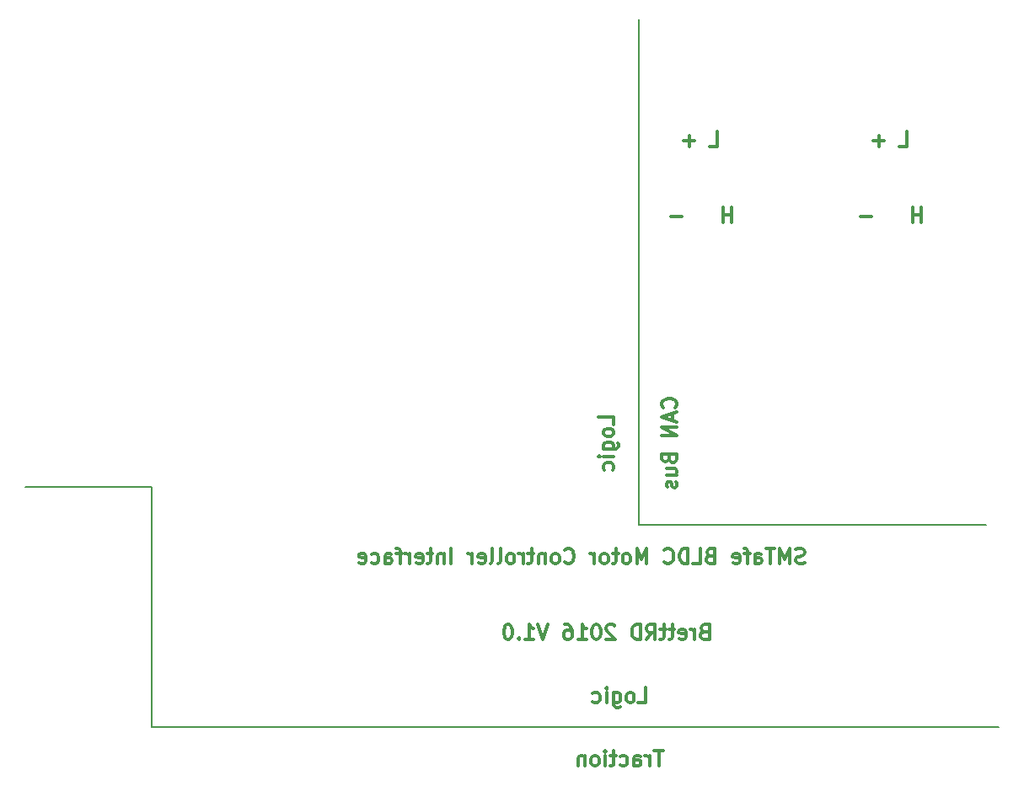
<source format=gbr>
G04 #@! TF.FileFunction,Legend,Bot*
%FSLAX46Y46*%
G04 Gerber Fmt 4.6, Leading zero omitted, Abs format (unit mm)*
G04 Created by KiCad (PCBNEW 4.0.3+e1-6302~38~ubuntu15.10.1-stable) date Thu Nov 17 05:13:21 2016*
%MOMM*%
%LPD*%
G01*
G04 APERTURE LIST*
%ADD10C,0.200000*%
%ADD11C,0.300000*%
G04 APERTURE END LIST*
D10*
X106075000Y-111315000D02*
X106075000Y-96710000D01*
D11*
X108527143Y-135893571D02*
X107670000Y-135893571D01*
X108098571Y-137393571D02*
X108098571Y-135893571D01*
X107170000Y-137393571D02*
X107170000Y-136393571D01*
X107170000Y-136679286D02*
X107098572Y-136536429D01*
X107027143Y-136465000D01*
X106884286Y-136393571D01*
X106741429Y-136393571D01*
X105598572Y-137393571D02*
X105598572Y-136607857D01*
X105670001Y-136465000D01*
X105812858Y-136393571D01*
X106098572Y-136393571D01*
X106241429Y-136465000D01*
X105598572Y-137322143D02*
X105741429Y-137393571D01*
X106098572Y-137393571D01*
X106241429Y-137322143D01*
X106312858Y-137179286D01*
X106312858Y-137036429D01*
X106241429Y-136893571D01*
X106098572Y-136822143D01*
X105741429Y-136822143D01*
X105598572Y-136750714D01*
X104241429Y-137322143D02*
X104384286Y-137393571D01*
X104670000Y-137393571D01*
X104812858Y-137322143D01*
X104884286Y-137250714D01*
X104955715Y-137107857D01*
X104955715Y-136679286D01*
X104884286Y-136536429D01*
X104812858Y-136465000D01*
X104670000Y-136393571D01*
X104384286Y-136393571D01*
X104241429Y-136465000D01*
X103812858Y-136393571D02*
X103241429Y-136393571D01*
X103598572Y-135893571D02*
X103598572Y-137179286D01*
X103527144Y-137322143D01*
X103384286Y-137393571D01*
X103241429Y-137393571D01*
X102741429Y-137393571D02*
X102741429Y-136393571D01*
X102741429Y-135893571D02*
X102812858Y-135965000D01*
X102741429Y-136036429D01*
X102670001Y-135965000D01*
X102741429Y-135893571D01*
X102741429Y-136036429D01*
X101812857Y-137393571D02*
X101955715Y-137322143D01*
X102027143Y-137250714D01*
X102098572Y-137107857D01*
X102098572Y-136679286D01*
X102027143Y-136536429D01*
X101955715Y-136465000D01*
X101812857Y-136393571D01*
X101598572Y-136393571D01*
X101455715Y-136465000D01*
X101384286Y-136536429D01*
X101312857Y-136679286D01*
X101312857Y-137107857D01*
X101384286Y-137250714D01*
X101455715Y-137322143D01*
X101598572Y-137393571D01*
X101812857Y-137393571D01*
X100670000Y-136393571D02*
X100670000Y-137393571D01*
X100670000Y-136536429D02*
X100598572Y-136465000D01*
X100455714Y-136393571D01*
X100241429Y-136393571D01*
X100098572Y-136465000D01*
X100027143Y-136607857D01*
X100027143Y-137393571D01*
X106062857Y-131043571D02*
X106777143Y-131043571D01*
X106777143Y-129543571D01*
X105348571Y-131043571D02*
X105491429Y-130972143D01*
X105562857Y-130900714D01*
X105634286Y-130757857D01*
X105634286Y-130329286D01*
X105562857Y-130186429D01*
X105491429Y-130115000D01*
X105348571Y-130043571D01*
X105134286Y-130043571D01*
X104991429Y-130115000D01*
X104920000Y-130186429D01*
X104848571Y-130329286D01*
X104848571Y-130757857D01*
X104920000Y-130900714D01*
X104991429Y-130972143D01*
X105134286Y-131043571D01*
X105348571Y-131043571D01*
X103562857Y-130043571D02*
X103562857Y-131257857D01*
X103634286Y-131400714D01*
X103705714Y-131472143D01*
X103848571Y-131543571D01*
X104062857Y-131543571D01*
X104205714Y-131472143D01*
X103562857Y-130972143D02*
X103705714Y-131043571D01*
X103991428Y-131043571D01*
X104134286Y-130972143D01*
X104205714Y-130900714D01*
X104277143Y-130757857D01*
X104277143Y-130329286D01*
X104205714Y-130186429D01*
X104134286Y-130115000D01*
X103991428Y-130043571D01*
X103705714Y-130043571D01*
X103562857Y-130115000D01*
X102848571Y-131043571D02*
X102848571Y-130043571D01*
X102848571Y-129543571D02*
X102920000Y-129615000D01*
X102848571Y-129686429D01*
X102777143Y-129615000D01*
X102848571Y-129543571D01*
X102848571Y-129686429D01*
X101491428Y-130972143D02*
X101634285Y-131043571D01*
X101919999Y-131043571D01*
X102062857Y-130972143D01*
X102134285Y-130900714D01*
X102205714Y-130757857D01*
X102205714Y-130329286D01*
X102134285Y-130186429D01*
X102062857Y-130115000D01*
X101919999Y-130043571D01*
X101634285Y-130043571D01*
X101491428Y-130115000D01*
X103578571Y-103072143D02*
X103578571Y-102357857D01*
X102078571Y-102357857D01*
X103578571Y-103786429D02*
X103507143Y-103643571D01*
X103435714Y-103572143D01*
X103292857Y-103500714D01*
X102864286Y-103500714D01*
X102721429Y-103572143D01*
X102650000Y-103643571D01*
X102578571Y-103786429D01*
X102578571Y-104000714D01*
X102650000Y-104143571D01*
X102721429Y-104215000D01*
X102864286Y-104286429D01*
X103292857Y-104286429D01*
X103435714Y-104215000D01*
X103507143Y-104143571D01*
X103578571Y-104000714D01*
X103578571Y-103786429D01*
X102578571Y-105572143D02*
X103792857Y-105572143D01*
X103935714Y-105500714D01*
X104007143Y-105429286D01*
X104078571Y-105286429D01*
X104078571Y-105072143D01*
X104007143Y-104929286D01*
X103507143Y-105572143D02*
X103578571Y-105429286D01*
X103578571Y-105143572D01*
X103507143Y-105000714D01*
X103435714Y-104929286D01*
X103292857Y-104857857D01*
X102864286Y-104857857D01*
X102721429Y-104929286D01*
X102650000Y-105000714D01*
X102578571Y-105143572D01*
X102578571Y-105429286D01*
X102650000Y-105572143D01*
X103578571Y-106286429D02*
X102578571Y-106286429D01*
X102078571Y-106286429D02*
X102150000Y-106215000D01*
X102221429Y-106286429D01*
X102150000Y-106357857D01*
X102078571Y-106286429D01*
X102221429Y-106286429D01*
X103507143Y-107643572D02*
X103578571Y-107500715D01*
X103578571Y-107215001D01*
X103507143Y-107072143D01*
X103435714Y-107000715D01*
X103292857Y-106929286D01*
X102864286Y-106929286D01*
X102721429Y-107000715D01*
X102650000Y-107072143D01*
X102578571Y-107215001D01*
X102578571Y-107500715D01*
X102650000Y-107643572D01*
X109785714Y-101393572D02*
X109857143Y-101322143D01*
X109928571Y-101107857D01*
X109928571Y-100965000D01*
X109857143Y-100750715D01*
X109714286Y-100607857D01*
X109571429Y-100536429D01*
X109285714Y-100465000D01*
X109071429Y-100465000D01*
X108785714Y-100536429D01*
X108642857Y-100607857D01*
X108500000Y-100750715D01*
X108428571Y-100965000D01*
X108428571Y-101107857D01*
X108500000Y-101322143D01*
X108571429Y-101393572D01*
X109500000Y-101965000D02*
X109500000Y-102679286D01*
X109928571Y-101822143D02*
X108428571Y-102322143D01*
X109928571Y-102822143D01*
X109928571Y-103322143D02*
X108428571Y-103322143D01*
X109928571Y-104179286D01*
X108428571Y-104179286D01*
X109142857Y-106536429D02*
X109214286Y-106750715D01*
X109285714Y-106822143D01*
X109428571Y-106893572D01*
X109642857Y-106893572D01*
X109785714Y-106822143D01*
X109857143Y-106750715D01*
X109928571Y-106607857D01*
X109928571Y-106036429D01*
X108428571Y-106036429D01*
X108428571Y-106536429D01*
X108500000Y-106679286D01*
X108571429Y-106750715D01*
X108714286Y-106822143D01*
X108857143Y-106822143D01*
X109000000Y-106750715D01*
X109071429Y-106679286D01*
X109142857Y-106536429D01*
X109142857Y-106036429D01*
X108928571Y-108179286D02*
X109928571Y-108179286D01*
X108928571Y-107536429D02*
X109714286Y-107536429D01*
X109857143Y-107607857D01*
X109928571Y-107750715D01*
X109928571Y-107965000D01*
X109857143Y-108107857D01*
X109785714Y-108179286D01*
X109857143Y-108822143D02*
X109928571Y-108965000D01*
X109928571Y-109250715D01*
X109857143Y-109393572D01*
X109714286Y-109465000D01*
X109642857Y-109465000D01*
X109500000Y-109393572D01*
X109428571Y-109250715D01*
X109428571Y-109036429D01*
X109357143Y-108893572D01*
X109214286Y-108822143D01*
X109142857Y-108822143D01*
X109000000Y-108893572D01*
X108928571Y-109036429D01*
X108928571Y-109250715D01*
X109000000Y-109393572D01*
D10*
X106075000Y-113220000D02*
X141000000Y-113220000D01*
X106075000Y-111315000D02*
X106075000Y-113220000D01*
X106075000Y-62420000D02*
X106075000Y-96710000D01*
D11*
X132280714Y-75163571D02*
X132995000Y-75163571D01*
X132995000Y-73663571D01*
X130776428Y-74592143D02*
X129633571Y-74592143D01*
X130205000Y-75163571D02*
X130205000Y-74020714D01*
X129506428Y-82212143D02*
X128363571Y-82212143D01*
X134443571Y-82783571D02*
X134443571Y-81283571D01*
X134443571Y-81997857D02*
X133586428Y-81997857D01*
X133586428Y-82783571D02*
X133586428Y-81283571D01*
X110456428Y-82212143D02*
X109313571Y-82212143D01*
X111726428Y-74592143D02*
X110583571Y-74592143D01*
X111155000Y-75163571D02*
X111155000Y-74020714D01*
X113230714Y-75163571D02*
X113945000Y-75163571D01*
X113945000Y-73663571D01*
X115393571Y-82783571D02*
X115393571Y-81283571D01*
X115393571Y-81997857D02*
X114536428Y-81997857D01*
X114536428Y-82783571D02*
X114536428Y-81283571D01*
X122752856Y-117002143D02*
X122538570Y-117073571D01*
X122181427Y-117073571D01*
X122038570Y-117002143D01*
X121967141Y-116930714D01*
X121895713Y-116787857D01*
X121895713Y-116645000D01*
X121967141Y-116502143D01*
X122038570Y-116430714D01*
X122181427Y-116359286D01*
X122467141Y-116287857D01*
X122609999Y-116216429D01*
X122681427Y-116145000D01*
X122752856Y-116002143D01*
X122752856Y-115859286D01*
X122681427Y-115716429D01*
X122609999Y-115645000D01*
X122467141Y-115573571D01*
X122109999Y-115573571D01*
X121895713Y-115645000D01*
X121252856Y-117073571D02*
X121252856Y-115573571D01*
X120752856Y-116645000D01*
X120252856Y-115573571D01*
X120252856Y-117073571D01*
X119752856Y-115573571D02*
X118895713Y-115573571D01*
X119324284Y-117073571D02*
X119324284Y-115573571D01*
X117752856Y-117073571D02*
X117752856Y-116287857D01*
X117824285Y-116145000D01*
X117967142Y-116073571D01*
X118252856Y-116073571D01*
X118395713Y-116145000D01*
X117752856Y-117002143D02*
X117895713Y-117073571D01*
X118252856Y-117073571D01*
X118395713Y-117002143D01*
X118467142Y-116859286D01*
X118467142Y-116716429D01*
X118395713Y-116573571D01*
X118252856Y-116502143D01*
X117895713Y-116502143D01*
X117752856Y-116430714D01*
X117252856Y-116073571D02*
X116681427Y-116073571D01*
X117038570Y-117073571D02*
X117038570Y-115787857D01*
X116967142Y-115645000D01*
X116824284Y-115573571D01*
X116681427Y-115573571D01*
X115609999Y-117002143D02*
X115752856Y-117073571D01*
X116038570Y-117073571D01*
X116181427Y-117002143D01*
X116252856Y-116859286D01*
X116252856Y-116287857D01*
X116181427Y-116145000D01*
X116038570Y-116073571D01*
X115752856Y-116073571D01*
X115609999Y-116145000D01*
X115538570Y-116287857D01*
X115538570Y-116430714D01*
X116252856Y-116573571D01*
X113252856Y-116287857D02*
X113038570Y-116359286D01*
X112967142Y-116430714D01*
X112895713Y-116573571D01*
X112895713Y-116787857D01*
X112967142Y-116930714D01*
X113038570Y-117002143D01*
X113181428Y-117073571D01*
X113752856Y-117073571D01*
X113752856Y-115573571D01*
X113252856Y-115573571D01*
X113109999Y-115645000D01*
X113038570Y-115716429D01*
X112967142Y-115859286D01*
X112967142Y-116002143D01*
X113038570Y-116145000D01*
X113109999Y-116216429D01*
X113252856Y-116287857D01*
X113752856Y-116287857D01*
X111538570Y-117073571D02*
X112252856Y-117073571D01*
X112252856Y-115573571D01*
X111038570Y-117073571D02*
X111038570Y-115573571D01*
X110681427Y-115573571D01*
X110467142Y-115645000D01*
X110324284Y-115787857D01*
X110252856Y-115930714D01*
X110181427Y-116216429D01*
X110181427Y-116430714D01*
X110252856Y-116716429D01*
X110324284Y-116859286D01*
X110467142Y-117002143D01*
X110681427Y-117073571D01*
X111038570Y-117073571D01*
X108681427Y-116930714D02*
X108752856Y-117002143D01*
X108967142Y-117073571D01*
X109109999Y-117073571D01*
X109324284Y-117002143D01*
X109467142Y-116859286D01*
X109538570Y-116716429D01*
X109609999Y-116430714D01*
X109609999Y-116216429D01*
X109538570Y-115930714D01*
X109467142Y-115787857D01*
X109324284Y-115645000D01*
X109109999Y-115573571D01*
X108967142Y-115573571D01*
X108752856Y-115645000D01*
X108681427Y-115716429D01*
X106895713Y-117073571D02*
X106895713Y-115573571D01*
X106395713Y-116645000D01*
X105895713Y-115573571D01*
X105895713Y-117073571D01*
X104967141Y-117073571D02*
X105109999Y-117002143D01*
X105181427Y-116930714D01*
X105252856Y-116787857D01*
X105252856Y-116359286D01*
X105181427Y-116216429D01*
X105109999Y-116145000D01*
X104967141Y-116073571D01*
X104752856Y-116073571D01*
X104609999Y-116145000D01*
X104538570Y-116216429D01*
X104467141Y-116359286D01*
X104467141Y-116787857D01*
X104538570Y-116930714D01*
X104609999Y-117002143D01*
X104752856Y-117073571D01*
X104967141Y-117073571D01*
X104038570Y-116073571D02*
X103467141Y-116073571D01*
X103824284Y-115573571D02*
X103824284Y-116859286D01*
X103752856Y-117002143D01*
X103609998Y-117073571D01*
X103467141Y-117073571D01*
X102752855Y-117073571D02*
X102895713Y-117002143D01*
X102967141Y-116930714D01*
X103038570Y-116787857D01*
X103038570Y-116359286D01*
X102967141Y-116216429D01*
X102895713Y-116145000D01*
X102752855Y-116073571D01*
X102538570Y-116073571D01*
X102395713Y-116145000D01*
X102324284Y-116216429D01*
X102252855Y-116359286D01*
X102252855Y-116787857D01*
X102324284Y-116930714D01*
X102395713Y-117002143D01*
X102538570Y-117073571D01*
X102752855Y-117073571D01*
X101609998Y-117073571D02*
X101609998Y-116073571D01*
X101609998Y-116359286D02*
X101538570Y-116216429D01*
X101467141Y-116145000D01*
X101324284Y-116073571D01*
X101181427Y-116073571D01*
X98681427Y-116930714D02*
X98752856Y-117002143D01*
X98967142Y-117073571D01*
X99109999Y-117073571D01*
X99324284Y-117002143D01*
X99467142Y-116859286D01*
X99538570Y-116716429D01*
X99609999Y-116430714D01*
X99609999Y-116216429D01*
X99538570Y-115930714D01*
X99467142Y-115787857D01*
X99324284Y-115645000D01*
X99109999Y-115573571D01*
X98967142Y-115573571D01*
X98752856Y-115645000D01*
X98681427Y-115716429D01*
X97824284Y-117073571D02*
X97967142Y-117002143D01*
X98038570Y-116930714D01*
X98109999Y-116787857D01*
X98109999Y-116359286D01*
X98038570Y-116216429D01*
X97967142Y-116145000D01*
X97824284Y-116073571D01*
X97609999Y-116073571D01*
X97467142Y-116145000D01*
X97395713Y-116216429D01*
X97324284Y-116359286D01*
X97324284Y-116787857D01*
X97395713Y-116930714D01*
X97467142Y-117002143D01*
X97609999Y-117073571D01*
X97824284Y-117073571D01*
X96681427Y-116073571D02*
X96681427Y-117073571D01*
X96681427Y-116216429D02*
X96609999Y-116145000D01*
X96467141Y-116073571D01*
X96252856Y-116073571D01*
X96109999Y-116145000D01*
X96038570Y-116287857D01*
X96038570Y-117073571D01*
X95538570Y-116073571D02*
X94967141Y-116073571D01*
X95324284Y-115573571D02*
X95324284Y-116859286D01*
X95252856Y-117002143D01*
X95109998Y-117073571D01*
X94967141Y-117073571D01*
X94467141Y-117073571D02*
X94467141Y-116073571D01*
X94467141Y-116359286D02*
X94395713Y-116216429D01*
X94324284Y-116145000D01*
X94181427Y-116073571D01*
X94038570Y-116073571D01*
X93324284Y-117073571D02*
X93467142Y-117002143D01*
X93538570Y-116930714D01*
X93609999Y-116787857D01*
X93609999Y-116359286D01*
X93538570Y-116216429D01*
X93467142Y-116145000D01*
X93324284Y-116073571D01*
X93109999Y-116073571D01*
X92967142Y-116145000D01*
X92895713Y-116216429D01*
X92824284Y-116359286D01*
X92824284Y-116787857D01*
X92895713Y-116930714D01*
X92967142Y-117002143D01*
X93109999Y-117073571D01*
X93324284Y-117073571D01*
X91967141Y-117073571D02*
X92109999Y-117002143D01*
X92181427Y-116859286D01*
X92181427Y-115573571D01*
X91181427Y-117073571D02*
X91324285Y-117002143D01*
X91395713Y-116859286D01*
X91395713Y-115573571D01*
X90038571Y-117002143D02*
X90181428Y-117073571D01*
X90467142Y-117073571D01*
X90609999Y-117002143D01*
X90681428Y-116859286D01*
X90681428Y-116287857D01*
X90609999Y-116145000D01*
X90467142Y-116073571D01*
X90181428Y-116073571D01*
X90038571Y-116145000D01*
X89967142Y-116287857D01*
X89967142Y-116430714D01*
X90681428Y-116573571D01*
X89324285Y-117073571D02*
X89324285Y-116073571D01*
X89324285Y-116359286D02*
X89252857Y-116216429D01*
X89181428Y-116145000D01*
X89038571Y-116073571D01*
X88895714Y-116073571D01*
X87252857Y-117073571D02*
X87252857Y-115573571D01*
X86538571Y-116073571D02*
X86538571Y-117073571D01*
X86538571Y-116216429D02*
X86467143Y-116145000D01*
X86324285Y-116073571D01*
X86110000Y-116073571D01*
X85967143Y-116145000D01*
X85895714Y-116287857D01*
X85895714Y-117073571D01*
X85395714Y-116073571D02*
X84824285Y-116073571D01*
X85181428Y-115573571D02*
X85181428Y-116859286D01*
X85110000Y-117002143D01*
X84967142Y-117073571D01*
X84824285Y-117073571D01*
X83752857Y-117002143D02*
X83895714Y-117073571D01*
X84181428Y-117073571D01*
X84324285Y-117002143D01*
X84395714Y-116859286D01*
X84395714Y-116287857D01*
X84324285Y-116145000D01*
X84181428Y-116073571D01*
X83895714Y-116073571D01*
X83752857Y-116145000D01*
X83681428Y-116287857D01*
X83681428Y-116430714D01*
X84395714Y-116573571D01*
X83038571Y-117073571D02*
X83038571Y-116073571D01*
X83038571Y-116359286D02*
X82967143Y-116216429D01*
X82895714Y-116145000D01*
X82752857Y-116073571D01*
X82610000Y-116073571D01*
X82324286Y-116073571D02*
X81752857Y-116073571D01*
X82110000Y-117073571D02*
X82110000Y-115787857D01*
X82038572Y-115645000D01*
X81895714Y-115573571D01*
X81752857Y-115573571D01*
X80610000Y-117073571D02*
X80610000Y-116287857D01*
X80681429Y-116145000D01*
X80824286Y-116073571D01*
X81110000Y-116073571D01*
X81252857Y-116145000D01*
X80610000Y-117002143D02*
X80752857Y-117073571D01*
X81110000Y-117073571D01*
X81252857Y-117002143D01*
X81324286Y-116859286D01*
X81324286Y-116716429D01*
X81252857Y-116573571D01*
X81110000Y-116502143D01*
X80752857Y-116502143D01*
X80610000Y-116430714D01*
X79252857Y-117002143D02*
X79395714Y-117073571D01*
X79681428Y-117073571D01*
X79824286Y-117002143D01*
X79895714Y-116930714D01*
X79967143Y-116787857D01*
X79967143Y-116359286D01*
X79895714Y-116216429D01*
X79824286Y-116145000D01*
X79681428Y-116073571D01*
X79395714Y-116073571D01*
X79252857Y-116145000D01*
X78038572Y-117002143D02*
X78181429Y-117073571D01*
X78467143Y-117073571D01*
X78610000Y-117002143D01*
X78681429Y-116859286D01*
X78681429Y-116287857D01*
X78610000Y-116145000D01*
X78467143Y-116073571D01*
X78181429Y-116073571D01*
X78038572Y-116145000D01*
X77967143Y-116287857D01*
X77967143Y-116430714D01*
X78681429Y-116573571D01*
X112685712Y-123907857D02*
X112471426Y-123979286D01*
X112399998Y-124050714D01*
X112328569Y-124193571D01*
X112328569Y-124407857D01*
X112399998Y-124550714D01*
X112471426Y-124622143D01*
X112614284Y-124693571D01*
X113185712Y-124693571D01*
X113185712Y-123193571D01*
X112685712Y-123193571D01*
X112542855Y-123265000D01*
X112471426Y-123336429D01*
X112399998Y-123479286D01*
X112399998Y-123622143D01*
X112471426Y-123765000D01*
X112542855Y-123836429D01*
X112685712Y-123907857D01*
X113185712Y-123907857D01*
X111685712Y-124693571D02*
X111685712Y-123693571D01*
X111685712Y-123979286D02*
X111614284Y-123836429D01*
X111542855Y-123765000D01*
X111399998Y-123693571D01*
X111257141Y-123693571D01*
X110185713Y-124622143D02*
X110328570Y-124693571D01*
X110614284Y-124693571D01*
X110757141Y-124622143D01*
X110828570Y-124479286D01*
X110828570Y-123907857D01*
X110757141Y-123765000D01*
X110614284Y-123693571D01*
X110328570Y-123693571D01*
X110185713Y-123765000D01*
X110114284Y-123907857D01*
X110114284Y-124050714D01*
X110828570Y-124193571D01*
X109685713Y-123693571D02*
X109114284Y-123693571D01*
X109471427Y-123193571D02*
X109471427Y-124479286D01*
X109399999Y-124622143D01*
X109257141Y-124693571D01*
X109114284Y-124693571D01*
X108828570Y-123693571D02*
X108257141Y-123693571D01*
X108614284Y-123193571D02*
X108614284Y-124479286D01*
X108542856Y-124622143D01*
X108399998Y-124693571D01*
X108257141Y-124693571D01*
X106899998Y-124693571D02*
X107399998Y-123979286D01*
X107757141Y-124693571D02*
X107757141Y-123193571D01*
X107185713Y-123193571D01*
X107042855Y-123265000D01*
X106971427Y-123336429D01*
X106899998Y-123479286D01*
X106899998Y-123693571D01*
X106971427Y-123836429D01*
X107042855Y-123907857D01*
X107185713Y-123979286D01*
X107757141Y-123979286D01*
X106257141Y-124693571D02*
X106257141Y-123193571D01*
X105899998Y-123193571D01*
X105685713Y-123265000D01*
X105542855Y-123407857D01*
X105471427Y-123550714D01*
X105399998Y-123836429D01*
X105399998Y-124050714D01*
X105471427Y-124336429D01*
X105542855Y-124479286D01*
X105685713Y-124622143D01*
X105899998Y-124693571D01*
X106257141Y-124693571D01*
X103685713Y-123336429D02*
X103614284Y-123265000D01*
X103471427Y-123193571D01*
X103114284Y-123193571D01*
X102971427Y-123265000D01*
X102899998Y-123336429D01*
X102828570Y-123479286D01*
X102828570Y-123622143D01*
X102899998Y-123836429D01*
X103757141Y-124693571D01*
X102828570Y-124693571D01*
X101899999Y-123193571D02*
X101757142Y-123193571D01*
X101614285Y-123265000D01*
X101542856Y-123336429D01*
X101471427Y-123479286D01*
X101399999Y-123765000D01*
X101399999Y-124122143D01*
X101471427Y-124407857D01*
X101542856Y-124550714D01*
X101614285Y-124622143D01*
X101757142Y-124693571D01*
X101899999Y-124693571D01*
X102042856Y-124622143D01*
X102114285Y-124550714D01*
X102185713Y-124407857D01*
X102257142Y-124122143D01*
X102257142Y-123765000D01*
X102185713Y-123479286D01*
X102114285Y-123336429D01*
X102042856Y-123265000D01*
X101899999Y-123193571D01*
X99971428Y-124693571D02*
X100828571Y-124693571D01*
X100399999Y-124693571D02*
X100399999Y-123193571D01*
X100542856Y-123407857D01*
X100685714Y-123550714D01*
X100828571Y-123622143D01*
X98685714Y-123193571D02*
X98971428Y-123193571D01*
X99114285Y-123265000D01*
X99185714Y-123336429D01*
X99328571Y-123550714D01*
X99400000Y-123836429D01*
X99400000Y-124407857D01*
X99328571Y-124550714D01*
X99257143Y-124622143D01*
X99114285Y-124693571D01*
X98828571Y-124693571D01*
X98685714Y-124622143D01*
X98614285Y-124550714D01*
X98542857Y-124407857D01*
X98542857Y-124050714D01*
X98614285Y-123907857D01*
X98685714Y-123836429D01*
X98828571Y-123765000D01*
X99114285Y-123765000D01*
X99257143Y-123836429D01*
X99328571Y-123907857D01*
X99400000Y-124050714D01*
X96971429Y-123193571D02*
X96471429Y-124693571D01*
X95971429Y-123193571D01*
X94685715Y-124693571D02*
X95542858Y-124693571D01*
X95114286Y-124693571D02*
X95114286Y-123193571D01*
X95257143Y-123407857D01*
X95400001Y-123550714D01*
X95542858Y-123622143D01*
X94042858Y-124550714D02*
X93971430Y-124622143D01*
X94042858Y-124693571D01*
X94114287Y-124622143D01*
X94042858Y-124550714D01*
X94042858Y-124693571D01*
X93042858Y-123193571D02*
X92900001Y-123193571D01*
X92757144Y-123265000D01*
X92685715Y-123336429D01*
X92614286Y-123479286D01*
X92542858Y-123765000D01*
X92542858Y-124122143D01*
X92614286Y-124407857D01*
X92685715Y-124550714D01*
X92757144Y-124622143D01*
X92900001Y-124693571D01*
X93042858Y-124693571D01*
X93185715Y-124622143D01*
X93257144Y-124550714D01*
X93328572Y-124407857D01*
X93400001Y-124122143D01*
X93400001Y-123765000D01*
X93328572Y-123479286D01*
X93257144Y-123336429D01*
X93185715Y-123265000D01*
X93042858Y-123193571D01*
D10*
X57180000Y-133540000D02*
X142270000Y-133540000D01*
X57180000Y-109410000D02*
X44480000Y-109410000D01*
X57180000Y-109410000D02*
X57180000Y-133540000D01*
M02*

</source>
